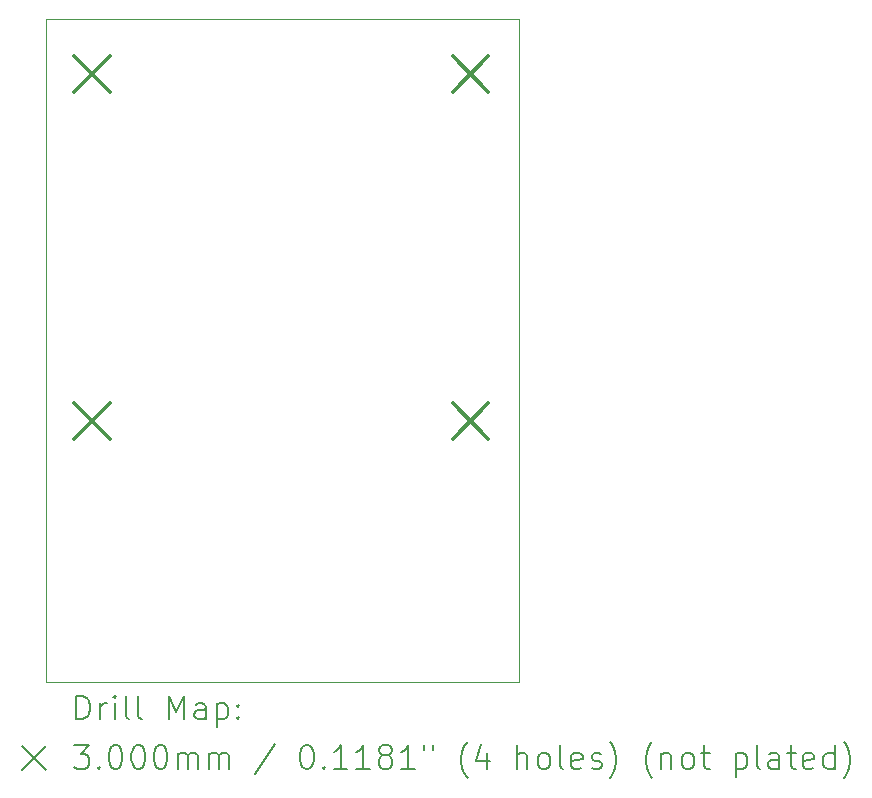
<source format=gbr>
%TF.GenerationSoftware,KiCad,Pcbnew,7.0.9*%
%TF.CreationDate,2024-04-03T14:29:29+02:00*%
%TF.ProjectId,NFC_Programmer,4e46435f-5072-46f6-9772-616d6d65722e,3.0*%
%TF.SameCoordinates,Original*%
%TF.FileFunction,Drillmap*%
%TF.FilePolarity,Positive*%
%FSLAX45Y45*%
G04 Gerber Fmt 4.5, Leading zero omitted, Abs format (unit mm)*
G04 Created by KiCad (PCBNEW 7.0.9) date 2024-04-03 14:29:29*
%MOMM*%
%LPD*%
G01*
G04 APERTURE LIST*
%ADD10C,0.100000*%
%ADD11C,0.200000*%
%ADD12C,0.300000*%
G04 APERTURE END LIST*
D10*
X16022000Y-11011000D02*
X15866000Y-11011000D01*
X12019000Y-11011000D01*
X12019000Y-5401000D01*
X16022000Y-5401000D01*
X16022000Y-11011000D01*
D11*
D12*
X12256000Y-8652000D02*
X12556000Y-8952000D01*
X12556000Y-8652000D02*
X12256000Y-8952000D01*
X12258000Y-5714000D02*
X12558000Y-6014000D01*
X12558000Y-5714000D02*
X12258000Y-6014000D01*
X15461000Y-8652000D02*
X15761000Y-8952000D01*
X15761000Y-8652000D02*
X15461000Y-8952000D01*
X15462000Y-5714000D02*
X15762000Y-6014000D01*
X15762000Y-5714000D02*
X15462000Y-6014000D01*
D11*
X12274777Y-11327484D02*
X12274777Y-11127484D01*
X12274777Y-11127484D02*
X12322396Y-11127484D01*
X12322396Y-11127484D02*
X12350967Y-11137008D01*
X12350967Y-11137008D02*
X12370015Y-11156055D01*
X12370015Y-11156055D02*
X12379539Y-11175103D01*
X12379539Y-11175103D02*
X12389062Y-11213198D01*
X12389062Y-11213198D02*
X12389062Y-11241769D01*
X12389062Y-11241769D02*
X12379539Y-11279865D01*
X12379539Y-11279865D02*
X12370015Y-11298912D01*
X12370015Y-11298912D02*
X12350967Y-11317960D01*
X12350967Y-11317960D02*
X12322396Y-11327484D01*
X12322396Y-11327484D02*
X12274777Y-11327484D01*
X12474777Y-11327484D02*
X12474777Y-11194150D01*
X12474777Y-11232246D02*
X12484301Y-11213198D01*
X12484301Y-11213198D02*
X12493824Y-11203674D01*
X12493824Y-11203674D02*
X12512872Y-11194150D01*
X12512872Y-11194150D02*
X12531920Y-11194150D01*
X12598586Y-11327484D02*
X12598586Y-11194150D01*
X12598586Y-11127484D02*
X12589062Y-11137008D01*
X12589062Y-11137008D02*
X12598586Y-11146531D01*
X12598586Y-11146531D02*
X12608110Y-11137008D01*
X12608110Y-11137008D02*
X12598586Y-11127484D01*
X12598586Y-11127484D02*
X12598586Y-11146531D01*
X12722396Y-11327484D02*
X12703348Y-11317960D01*
X12703348Y-11317960D02*
X12693824Y-11298912D01*
X12693824Y-11298912D02*
X12693824Y-11127484D01*
X12827158Y-11327484D02*
X12808110Y-11317960D01*
X12808110Y-11317960D02*
X12798586Y-11298912D01*
X12798586Y-11298912D02*
X12798586Y-11127484D01*
X13055729Y-11327484D02*
X13055729Y-11127484D01*
X13055729Y-11127484D02*
X13122396Y-11270341D01*
X13122396Y-11270341D02*
X13189062Y-11127484D01*
X13189062Y-11127484D02*
X13189062Y-11327484D01*
X13370015Y-11327484D02*
X13370015Y-11222722D01*
X13370015Y-11222722D02*
X13360491Y-11203674D01*
X13360491Y-11203674D02*
X13341443Y-11194150D01*
X13341443Y-11194150D02*
X13303348Y-11194150D01*
X13303348Y-11194150D02*
X13284301Y-11203674D01*
X13370015Y-11317960D02*
X13350967Y-11327484D01*
X13350967Y-11327484D02*
X13303348Y-11327484D01*
X13303348Y-11327484D02*
X13284301Y-11317960D01*
X13284301Y-11317960D02*
X13274777Y-11298912D01*
X13274777Y-11298912D02*
X13274777Y-11279865D01*
X13274777Y-11279865D02*
X13284301Y-11260817D01*
X13284301Y-11260817D02*
X13303348Y-11251293D01*
X13303348Y-11251293D02*
X13350967Y-11251293D01*
X13350967Y-11251293D02*
X13370015Y-11241769D01*
X13465253Y-11194150D02*
X13465253Y-11394150D01*
X13465253Y-11203674D02*
X13484301Y-11194150D01*
X13484301Y-11194150D02*
X13522396Y-11194150D01*
X13522396Y-11194150D02*
X13541443Y-11203674D01*
X13541443Y-11203674D02*
X13550967Y-11213198D01*
X13550967Y-11213198D02*
X13560491Y-11232246D01*
X13560491Y-11232246D02*
X13560491Y-11289388D01*
X13560491Y-11289388D02*
X13550967Y-11308436D01*
X13550967Y-11308436D02*
X13541443Y-11317960D01*
X13541443Y-11317960D02*
X13522396Y-11327484D01*
X13522396Y-11327484D02*
X13484301Y-11327484D01*
X13484301Y-11327484D02*
X13465253Y-11317960D01*
X13646205Y-11308436D02*
X13655729Y-11317960D01*
X13655729Y-11317960D02*
X13646205Y-11327484D01*
X13646205Y-11327484D02*
X13636682Y-11317960D01*
X13636682Y-11317960D02*
X13646205Y-11308436D01*
X13646205Y-11308436D02*
X13646205Y-11327484D01*
X13646205Y-11203674D02*
X13655729Y-11213198D01*
X13655729Y-11213198D02*
X13646205Y-11222722D01*
X13646205Y-11222722D02*
X13636682Y-11213198D01*
X13636682Y-11213198D02*
X13646205Y-11203674D01*
X13646205Y-11203674D02*
X13646205Y-11222722D01*
X11814000Y-11556000D02*
X12014000Y-11756000D01*
X12014000Y-11556000D02*
X11814000Y-11756000D01*
X12255729Y-11547484D02*
X12379539Y-11547484D01*
X12379539Y-11547484D02*
X12312872Y-11623674D01*
X12312872Y-11623674D02*
X12341443Y-11623674D01*
X12341443Y-11623674D02*
X12360491Y-11633198D01*
X12360491Y-11633198D02*
X12370015Y-11642722D01*
X12370015Y-11642722D02*
X12379539Y-11661769D01*
X12379539Y-11661769D02*
X12379539Y-11709388D01*
X12379539Y-11709388D02*
X12370015Y-11728436D01*
X12370015Y-11728436D02*
X12360491Y-11737960D01*
X12360491Y-11737960D02*
X12341443Y-11747484D01*
X12341443Y-11747484D02*
X12284301Y-11747484D01*
X12284301Y-11747484D02*
X12265253Y-11737960D01*
X12265253Y-11737960D02*
X12255729Y-11728436D01*
X12465253Y-11728436D02*
X12474777Y-11737960D01*
X12474777Y-11737960D02*
X12465253Y-11747484D01*
X12465253Y-11747484D02*
X12455729Y-11737960D01*
X12455729Y-11737960D02*
X12465253Y-11728436D01*
X12465253Y-11728436D02*
X12465253Y-11747484D01*
X12598586Y-11547484D02*
X12617634Y-11547484D01*
X12617634Y-11547484D02*
X12636682Y-11557008D01*
X12636682Y-11557008D02*
X12646205Y-11566531D01*
X12646205Y-11566531D02*
X12655729Y-11585579D01*
X12655729Y-11585579D02*
X12665253Y-11623674D01*
X12665253Y-11623674D02*
X12665253Y-11671293D01*
X12665253Y-11671293D02*
X12655729Y-11709388D01*
X12655729Y-11709388D02*
X12646205Y-11728436D01*
X12646205Y-11728436D02*
X12636682Y-11737960D01*
X12636682Y-11737960D02*
X12617634Y-11747484D01*
X12617634Y-11747484D02*
X12598586Y-11747484D01*
X12598586Y-11747484D02*
X12579539Y-11737960D01*
X12579539Y-11737960D02*
X12570015Y-11728436D01*
X12570015Y-11728436D02*
X12560491Y-11709388D01*
X12560491Y-11709388D02*
X12550967Y-11671293D01*
X12550967Y-11671293D02*
X12550967Y-11623674D01*
X12550967Y-11623674D02*
X12560491Y-11585579D01*
X12560491Y-11585579D02*
X12570015Y-11566531D01*
X12570015Y-11566531D02*
X12579539Y-11557008D01*
X12579539Y-11557008D02*
X12598586Y-11547484D01*
X12789062Y-11547484D02*
X12808110Y-11547484D01*
X12808110Y-11547484D02*
X12827158Y-11557008D01*
X12827158Y-11557008D02*
X12836682Y-11566531D01*
X12836682Y-11566531D02*
X12846205Y-11585579D01*
X12846205Y-11585579D02*
X12855729Y-11623674D01*
X12855729Y-11623674D02*
X12855729Y-11671293D01*
X12855729Y-11671293D02*
X12846205Y-11709388D01*
X12846205Y-11709388D02*
X12836682Y-11728436D01*
X12836682Y-11728436D02*
X12827158Y-11737960D01*
X12827158Y-11737960D02*
X12808110Y-11747484D01*
X12808110Y-11747484D02*
X12789062Y-11747484D01*
X12789062Y-11747484D02*
X12770015Y-11737960D01*
X12770015Y-11737960D02*
X12760491Y-11728436D01*
X12760491Y-11728436D02*
X12750967Y-11709388D01*
X12750967Y-11709388D02*
X12741443Y-11671293D01*
X12741443Y-11671293D02*
X12741443Y-11623674D01*
X12741443Y-11623674D02*
X12750967Y-11585579D01*
X12750967Y-11585579D02*
X12760491Y-11566531D01*
X12760491Y-11566531D02*
X12770015Y-11557008D01*
X12770015Y-11557008D02*
X12789062Y-11547484D01*
X12979539Y-11547484D02*
X12998586Y-11547484D01*
X12998586Y-11547484D02*
X13017634Y-11557008D01*
X13017634Y-11557008D02*
X13027158Y-11566531D01*
X13027158Y-11566531D02*
X13036682Y-11585579D01*
X13036682Y-11585579D02*
X13046205Y-11623674D01*
X13046205Y-11623674D02*
X13046205Y-11671293D01*
X13046205Y-11671293D02*
X13036682Y-11709388D01*
X13036682Y-11709388D02*
X13027158Y-11728436D01*
X13027158Y-11728436D02*
X13017634Y-11737960D01*
X13017634Y-11737960D02*
X12998586Y-11747484D01*
X12998586Y-11747484D02*
X12979539Y-11747484D01*
X12979539Y-11747484D02*
X12960491Y-11737960D01*
X12960491Y-11737960D02*
X12950967Y-11728436D01*
X12950967Y-11728436D02*
X12941443Y-11709388D01*
X12941443Y-11709388D02*
X12931920Y-11671293D01*
X12931920Y-11671293D02*
X12931920Y-11623674D01*
X12931920Y-11623674D02*
X12941443Y-11585579D01*
X12941443Y-11585579D02*
X12950967Y-11566531D01*
X12950967Y-11566531D02*
X12960491Y-11557008D01*
X12960491Y-11557008D02*
X12979539Y-11547484D01*
X13131920Y-11747484D02*
X13131920Y-11614150D01*
X13131920Y-11633198D02*
X13141443Y-11623674D01*
X13141443Y-11623674D02*
X13160491Y-11614150D01*
X13160491Y-11614150D02*
X13189063Y-11614150D01*
X13189063Y-11614150D02*
X13208110Y-11623674D01*
X13208110Y-11623674D02*
X13217634Y-11642722D01*
X13217634Y-11642722D02*
X13217634Y-11747484D01*
X13217634Y-11642722D02*
X13227158Y-11623674D01*
X13227158Y-11623674D02*
X13246205Y-11614150D01*
X13246205Y-11614150D02*
X13274777Y-11614150D01*
X13274777Y-11614150D02*
X13293824Y-11623674D01*
X13293824Y-11623674D02*
X13303348Y-11642722D01*
X13303348Y-11642722D02*
X13303348Y-11747484D01*
X13398586Y-11747484D02*
X13398586Y-11614150D01*
X13398586Y-11633198D02*
X13408110Y-11623674D01*
X13408110Y-11623674D02*
X13427158Y-11614150D01*
X13427158Y-11614150D02*
X13455729Y-11614150D01*
X13455729Y-11614150D02*
X13474777Y-11623674D01*
X13474777Y-11623674D02*
X13484301Y-11642722D01*
X13484301Y-11642722D02*
X13484301Y-11747484D01*
X13484301Y-11642722D02*
X13493824Y-11623674D01*
X13493824Y-11623674D02*
X13512872Y-11614150D01*
X13512872Y-11614150D02*
X13541443Y-11614150D01*
X13541443Y-11614150D02*
X13560491Y-11623674D01*
X13560491Y-11623674D02*
X13570015Y-11642722D01*
X13570015Y-11642722D02*
X13570015Y-11747484D01*
X13960491Y-11537960D02*
X13789063Y-11795103D01*
X14217634Y-11547484D02*
X14236682Y-11547484D01*
X14236682Y-11547484D02*
X14255729Y-11557008D01*
X14255729Y-11557008D02*
X14265253Y-11566531D01*
X14265253Y-11566531D02*
X14274777Y-11585579D01*
X14274777Y-11585579D02*
X14284301Y-11623674D01*
X14284301Y-11623674D02*
X14284301Y-11671293D01*
X14284301Y-11671293D02*
X14274777Y-11709388D01*
X14274777Y-11709388D02*
X14265253Y-11728436D01*
X14265253Y-11728436D02*
X14255729Y-11737960D01*
X14255729Y-11737960D02*
X14236682Y-11747484D01*
X14236682Y-11747484D02*
X14217634Y-11747484D01*
X14217634Y-11747484D02*
X14198586Y-11737960D01*
X14198586Y-11737960D02*
X14189063Y-11728436D01*
X14189063Y-11728436D02*
X14179539Y-11709388D01*
X14179539Y-11709388D02*
X14170015Y-11671293D01*
X14170015Y-11671293D02*
X14170015Y-11623674D01*
X14170015Y-11623674D02*
X14179539Y-11585579D01*
X14179539Y-11585579D02*
X14189063Y-11566531D01*
X14189063Y-11566531D02*
X14198586Y-11557008D01*
X14198586Y-11557008D02*
X14217634Y-11547484D01*
X14370015Y-11728436D02*
X14379539Y-11737960D01*
X14379539Y-11737960D02*
X14370015Y-11747484D01*
X14370015Y-11747484D02*
X14360491Y-11737960D01*
X14360491Y-11737960D02*
X14370015Y-11728436D01*
X14370015Y-11728436D02*
X14370015Y-11747484D01*
X14570015Y-11747484D02*
X14455729Y-11747484D01*
X14512872Y-11747484D02*
X14512872Y-11547484D01*
X14512872Y-11547484D02*
X14493825Y-11576055D01*
X14493825Y-11576055D02*
X14474777Y-11595103D01*
X14474777Y-11595103D02*
X14455729Y-11604627D01*
X14760491Y-11747484D02*
X14646206Y-11747484D01*
X14703348Y-11747484D02*
X14703348Y-11547484D01*
X14703348Y-11547484D02*
X14684301Y-11576055D01*
X14684301Y-11576055D02*
X14665253Y-11595103D01*
X14665253Y-11595103D02*
X14646206Y-11604627D01*
X14874777Y-11633198D02*
X14855729Y-11623674D01*
X14855729Y-11623674D02*
X14846206Y-11614150D01*
X14846206Y-11614150D02*
X14836682Y-11595103D01*
X14836682Y-11595103D02*
X14836682Y-11585579D01*
X14836682Y-11585579D02*
X14846206Y-11566531D01*
X14846206Y-11566531D02*
X14855729Y-11557008D01*
X14855729Y-11557008D02*
X14874777Y-11547484D01*
X14874777Y-11547484D02*
X14912872Y-11547484D01*
X14912872Y-11547484D02*
X14931920Y-11557008D01*
X14931920Y-11557008D02*
X14941444Y-11566531D01*
X14941444Y-11566531D02*
X14950967Y-11585579D01*
X14950967Y-11585579D02*
X14950967Y-11595103D01*
X14950967Y-11595103D02*
X14941444Y-11614150D01*
X14941444Y-11614150D02*
X14931920Y-11623674D01*
X14931920Y-11623674D02*
X14912872Y-11633198D01*
X14912872Y-11633198D02*
X14874777Y-11633198D01*
X14874777Y-11633198D02*
X14855729Y-11642722D01*
X14855729Y-11642722D02*
X14846206Y-11652246D01*
X14846206Y-11652246D02*
X14836682Y-11671293D01*
X14836682Y-11671293D02*
X14836682Y-11709388D01*
X14836682Y-11709388D02*
X14846206Y-11728436D01*
X14846206Y-11728436D02*
X14855729Y-11737960D01*
X14855729Y-11737960D02*
X14874777Y-11747484D01*
X14874777Y-11747484D02*
X14912872Y-11747484D01*
X14912872Y-11747484D02*
X14931920Y-11737960D01*
X14931920Y-11737960D02*
X14941444Y-11728436D01*
X14941444Y-11728436D02*
X14950967Y-11709388D01*
X14950967Y-11709388D02*
X14950967Y-11671293D01*
X14950967Y-11671293D02*
X14941444Y-11652246D01*
X14941444Y-11652246D02*
X14931920Y-11642722D01*
X14931920Y-11642722D02*
X14912872Y-11633198D01*
X15141444Y-11747484D02*
X15027158Y-11747484D01*
X15084301Y-11747484D02*
X15084301Y-11547484D01*
X15084301Y-11547484D02*
X15065253Y-11576055D01*
X15065253Y-11576055D02*
X15046206Y-11595103D01*
X15046206Y-11595103D02*
X15027158Y-11604627D01*
X15217634Y-11547484D02*
X15217634Y-11585579D01*
X15293825Y-11547484D02*
X15293825Y-11585579D01*
X15589063Y-11823674D02*
X15579539Y-11814150D01*
X15579539Y-11814150D02*
X15560491Y-11785579D01*
X15560491Y-11785579D02*
X15550968Y-11766531D01*
X15550968Y-11766531D02*
X15541444Y-11737960D01*
X15541444Y-11737960D02*
X15531920Y-11690341D01*
X15531920Y-11690341D02*
X15531920Y-11652246D01*
X15531920Y-11652246D02*
X15541444Y-11604627D01*
X15541444Y-11604627D02*
X15550968Y-11576055D01*
X15550968Y-11576055D02*
X15560491Y-11557008D01*
X15560491Y-11557008D02*
X15579539Y-11528436D01*
X15579539Y-11528436D02*
X15589063Y-11518912D01*
X15750968Y-11614150D02*
X15750968Y-11747484D01*
X15703348Y-11537960D02*
X15655729Y-11680817D01*
X15655729Y-11680817D02*
X15779539Y-11680817D01*
X16008110Y-11747484D02*
X16008110Y-11547484D01*
X16093825Y-11747484D02*
X16093825Y-11642722D01*
X16093825Y-11642722D02*
X16084301Y-11623674D01*
X16084301Y-11623674D02*
X16065253Y-11614150D01*
X16065253Y-11614150D02*
X16036682Y-11614150D01*
X16036682Y-11614150D02*
X16017634Y-11623674D01*
X16017634Y-11623674D02*
X16008110Y-11633198D01*
X16217634Y-11747484D02*
X16198587Y-11737960D01*
X16198587Y-11737960D02*
X16189063Y-11728436D01*
X16189063Y-11728436D02*
X16179539Y-11709388D01*
X16179539Y-11709388D02*
X16179539Y-11652246D01*
X16179539Y-11652246D02*
X16189063Y-11633198D01*
X16189063Y-11633198D02*
X16198587Y-11623674D01*
X16198587Y-11623674D02*
X16217634Y-11614150D01*
X16217634Y-11614150D02*
X16246206Y-11614150D01*
X16246206Y-11614150D02*
X16265253Y-11623674D01*
X16265253Y-11623674D02*
X16274777Y-11633198D01*
X16274777Y-11633198D02*
X16284301Y-11652246D01*
X16284301Y-11652246D02*
X16284301Y-11709388D01*
X16284301Y-11709388D02*
X16274777Y-11728436D01*
X16274777Y-11728436D02*
X16265253Y-11737960D01*
X16265253Y-11737960D02*
X16246206Y-11747484D01*
X16246206Y-11747484D02*
X16217634Y-11747484D01*
X16398587Y-11747484D02*
X16379539Y-11737960D01*
X16379539Y-11737960D02*
X16370015Y-11718912D01*
X16370015Y-11718912D02*
X16370015Y-11547484D01*
X16550968Y-11737960D02*
X16531920Y-11747484D01*
X16531920Y-11747484D02*
X16493825Y-11747484D01*
X16493825Y-11747484D02*
X16474777Y-11737960D01*
X16474777Y-11737960D02*
X16465253Y-11718912D01*
X16465253Y-11718912D02*
X16465253Y-11642722D01*
X16465253Y-11642722D02*
X16474777Y-11623674D01*
X16474777Y-11623674D02*
X16493825Y-11614150D01*
X16493825Y-11614150D02*
X16531920Y-11614150D01*
X16531920Y-11614150D02*
X16550968Y-11623674D01*
X16550968Y-11623674D02*
X16560491Y-11642722D01*
X16560491Y-11642722D02*
X16560491Y-11661769D01*
X16560491Y-11661769D02*
X16465253Y-11680817D01*
X16636682Y-11737960D02*
X16655730Y-11747484D01*
X16655730Y-11747484D02*
X16693825Y-11747484D01*
X16693825Y-11747484D02*
X16712872Y-11737960D01*
X16712872Y-11737960D02*
X16722396Y-11718912D01*
X16722396Y-11718912D02*
X16722396Y-11709388D01*
X16722396Y-11709388D02*
X16712872Y-11690341D01*
X16712872Y-11690341D02*
X16693825Y-11680817D01*
X16693825Y-11680817D02*
X16665253Y-11680817D01*
X16665253Y-11680817D02*
X16646206Y-11671293D01*
X16646206Y-11671293D02*
X16636682Y-11652246D01*
X16636682Y-11652246D02*
X16636682Y-11642722D01*
X16636682Y-11642722D02*
X16646206Y-11623674D01*
X16646206Y-11623674D02*
X16665253Y-11614150D01*
X16665253Y-11614150D02*
X16693825Y-11614150D01*
X16693825Y-11614150D02*
X16712872Y-11623674D01*
X16789063Y-11823674D02*
X16798587Y-11814150D01*
X16798587Y-11814150D02*
X16817634Y-11785579D01*
X16817634Y-11785579D02*
X16827158Y-11766531D01*
X16827158Y-11766531D02*
X16836682Y-11737960D01*
X16836682Y-11737960D02*
X16846206Y-11690341D01*
X16846206Y-11690341D02*
X16846206Y-11652246D01*
X16846206Y-11652246D02*
X16836682Y-11604627D01*
X16836682Y-11604627D02*
X16827158Y-11576055D01*
X16827158Y-11576055D02*
X16817634Y-11557008D01*
X16817634Y-11557008D02*
X16798587Y-11528436D01*
X16798587Y-11528436D02*
X16789063Y-11518912D01*
X17150968Y-11823674D02*
X17141444Y-11814150D01*
X17141444Y-11814150D02*
X17122396Y-11785579D01*
X17122396Y-11785579D02*
X17112873Y-11766531D01*
X17112873Y-11766531D02*
X17103349Y-11737960D01*
X17103349Y-11737960D02*
X17093825Y-11690341D01*
X17093825Y-11690341D02*
X17093825Y-11652246D01*
X17093825Y-11652246D02*
X17103349Y-11604627D01*
X17103349Y-11604627D02*
X17112873Y-11576055D01*
X17112873Y-11576055D02*
X17122396Y-11557008D01*
X17122396Y-11557008D02*
X17141444Y-11528436D01*
X17141444Y-11528436D02*
X17150968Y-11518912D01*
X17227158Y-11614150D02*
X17227158Y-11747484D01*
X17227158Y-11633198D02*
X17236682Y-11623674D01*
X17236682Y-11623674D02*
X17255730Y-11614150D01*
X17255730Y-11614150D02*
X17284301Y-11614150D01*
X17284301Y-11614150D02*
X17303349Y-11623674D01*
X17303349Y-11623674D02*
X17312873Y-11642722D01*
X17312873Y-11642722D02*
X17312873Y-11747484D01*
X17436682Y-11747484D02*
X17417634Y-11737960D01*
X17417634Y-11737960D02*
X17408111Y-11728436D01*
X17408111Y-11728436D02*
X17398587Y-11709388D01*
X17398587Y-11709388D02*
X17398587Y-11652246D01*
X17398587Y-11652246D02*
X17408111Y-11633198D01*
X17408111Y-11633198D02*
X17417634Y-11623674D01*
X17417634Y-11623674D02*
X17436682Y-11614150D01*
X17436682Y-11614150D02*
X17465254Y-11614150D01*
X17465254Y-11614150D02*
X17484301Y-11623674D01*
X17484301Y-11623674D02*
X17493825Y-11633198D01*
X17493825Y-11633198D02*
X17503349Y-11652246D01*
X17503349Y-11652246D02*
X17503349Y-11709388D01*
X17503349Y-11709388D02*
X17493825Y-11728436D01*
X17493825Y-11728436D02*
X17484301Y-11737960D01*
X17484301Y-11737960D02*
X17465254Y-11747484D01*
X17465254Y-11747484D02*
X17436682Y-11747484D01*
X17560492Y-11614150D02*
X17636682Y-11614150D01*
X17589063Y-11547484D02*
X17589063Y-11718912D01*
X17589063Y-11718912D02*
X17598587Y-11737960D01*
X17598587Y-11737960D02*
X17617634Y-11747484D01*
X17617634Y-11747484D02*
X17636682Y-11747484D01*
X17855730Y-11614150D02*
X17855730Y-11814150D01*
X17855730Y-11623674D02*
X17874777Y-11614150D01*
X17874777Y-11614150D02*
X17912873Y-11614150D01*
X17912873Y-11614150D02*
X17931920Y-11623674D01*
X17931920Y-11623674D02*
X17941444Y-11633198D01*
X17941444Y-11633198D02*
X17950968Y-11652246D01*
X17950968Y-11652246D02*
X17950968Y-11709388D01*
X17950968Y-11709388D02*
X17941444Y-11728436D01*
X17941444Y-11728436D02*
X17931920Y-11737960D01*
X17931920Y-11737960D02*
X17912873Y-11747484D01*
X17912873Y-11747484D02*
X17874777Y-11747484D01*
X17874777Y-11747484D02*
X17855730Y-11737960D01*
X18065254Y-11747484D02*
X18046206Y-11737960D01*
X18046206Y-11737960D02*
X18036682Y-11718912D01*
X18036682Y-11718912D02*
X18036682Y-11547484D01*
X18227158Y-11747484D02*
X18227158Y-11642722D01*
X18227158Y-11642722D02*
X18217635Y-11623674D01*
X18217635Y-11623674D02*
X18198587Y-11614150D01*
X18198587Y-11614150D02*
X18160492Y-11614150D01*
X18160492Y-11614150D02*
X18141444Y-11623674D01*
X18227158Y-11737960D02*
X18208111Y-11747484D01*
X18208111Y-11747484D02*
X18160492Y-11747484D01*
X18160492Y-11747484D02*
X18141444Y-11737960D01*
X18141444Y-11737960D02*
X18131920Y-11718912D01*
X18131920Y-11718912D02*
X18131920Y-11699865D01*
X18131920Y-11699865D02*
X18141444Y-11680817D01*
X18141444Y-11680817D02*
X18160492Y-11671293D01*
X18160492Y-11671293D02*
X18208111Y-11671293D01*
X18208111Y-11671293D02*
X18227158Y-11661769D01*
X18293825Y-11614150D02*
X18370015Y-11614150D01*
X18322396Y-11547484D02*
X18322396Y-11718912D01*
X18322396Y-11718912D02*
X18331920Y-11737960D01*
X18331920Y-11737960D02*
X18350968Y-11747484D01*
X18350968Y-11747484D02*
X18370015Y-11747484D01*
X18512873Y-11737960D02*
X18493825Y-11747484D01*
X18493825Y-11747484D02*
X18455730Y-11747484D01*
X18455730Y-11747484D02*
X18436682Y-11737960D01*
X18436682Y-11737960D02*
X18427158Y-11718912D01*
X18427158Y-11718912D02*
X18427158Y-11642722D01*
X18427158Y-11642722D02*
X18436682Y-11623674D01*
X18436682Y-11623674D02*
X18455730Y-11614150D01*
X18455730Y-11614150D02*
X18493825Y-11614150D01*
X18493825Y-11614150D02*
X18512873Y-11623674D01*
X18512873Y-11623674D02*
X18522396Y-11642722D01*
X18522396Y-11642722D02*
X18522396Y-11661769D01*
X18522396Y-11661769D02*
X18427158Y-11680817D01*
X18693825Y-11747484D02*
X18693825Y-11547484D01*
X18693825Y-11737960D02*
X18674777Y-11747484D01*
X18674777Y-11747484D02*
X18636682Y-11747484D01*
X18636682Y-11747484D02*
X18617635Y-11737960D01*
X18617635Y-11737960D02*
X18608111Y-11728436D01*
X18608111Y-11728436D02*
X18598587Y-11709388D01*
X18598587Y-11709388D02*
X18598587Y-11652246D01*
X18598587Y-11652246D02*
X18608111Y-11633198D01*
X18608111Y-11633198D02*
X18617635Y-11623674D01*
X18617635Y-11623674D02*
X18636682Y-11614150D01*
X18636682Y-11614150D02*
X18674777Y-11614150D01*
X18674777Y-11614150D02*
X18693825Y-11623674D01*
X18770016Y-11823674D02*
X18779539Y-11814150D01*
X18779539Y-11814150D02*
X18798587Y-11785579D01*
X18798587Y-11785579D02*
X18808111Y-11766531D01*
X18808111Y-11766531D02*
X18817635Y-11737960D01*
X18817635Y-11737960D02*
X18827158Y-11690341D01*
X18827158Y-11690341D02*
X18827158Y-11652246D01*
X18827158Y-11652246D02*
X18817635Y-11604627D01*
X18817635Y-11604627D02*
X18808111Y-11576055D01*
X18808111Y-11576055D02*
X18798587Y-11557008D01*
X18798587Y-11557008D02*
X18779539Y-11528436D01*
X18779539Y-11528436D02*
X18770016Y-11518912D01*
M02*

</source>
